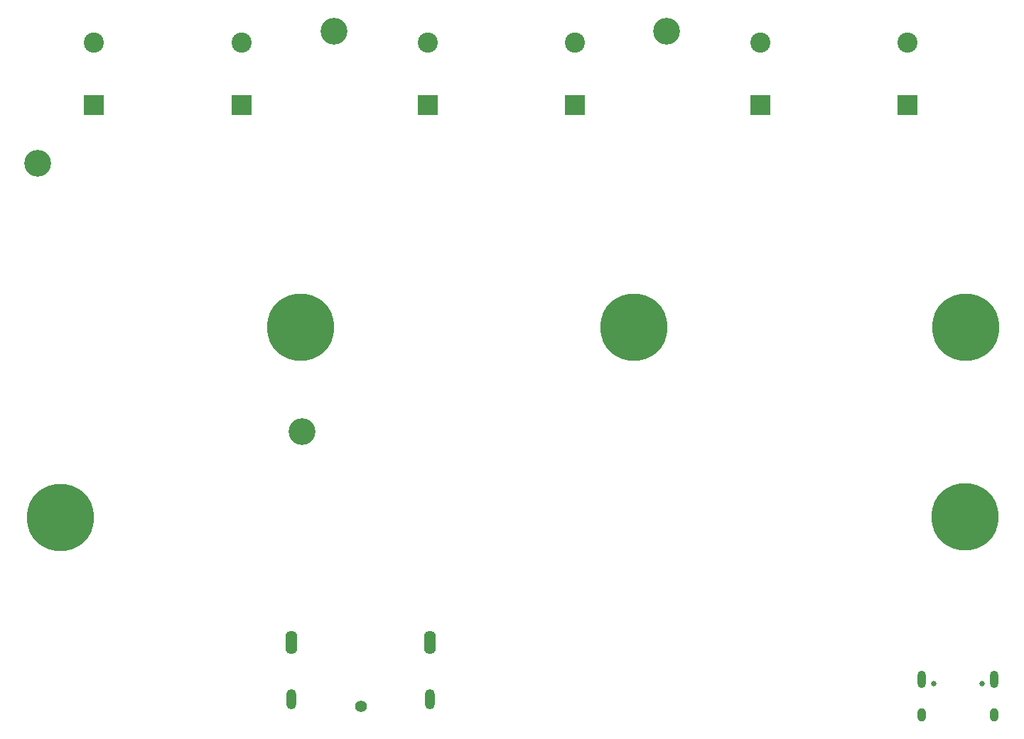
<source format=gbr>
%TF.GenerationSoftware,KiCad,Pcbnew,7.0.1*%
%TF.CreationDate,2023-07-16T19:11:46-05:00*%
%TF.ProjectId,Knockoff Inverter,4b6e6f63-6b6f-4666-9620-496e76657274,rev?*%
%TF.SameCoordinates,Original*%
%TF.FileFunction,Soldermask,Bot*%
%TF.FilePolarity,Negative*%
%FSLAX46Y46*%
G04 Gerber Fmt 4.6, Leading zero omitted, Abs format (unit mm)*
G04 Created by KiCad (PCBNEW 7.0.1) date 2023-07-16 19:11:46*
%MOMM*%
%LPD*%
G01*
G04 APERTURE LIST*
%ADD10C,8.000000*%
%ADD11R,2.400000X2.400000*%
%ADD12C,2.400000*%
%ADD13C,0.650000*%
%ADD14O,1.000000X2.100000*%
%ADD15O,1.000000X1.600000*%
%ADD16C,1.400000*%
%ADD17O,1.400000X2.800000*%
%ADD18O,1.200000X2.400000*%
%ADD19C,3.200000*%
G04 APERTURE END LIST*
D10*
%TO.C,J7*%
X208788000Y-85598000D03*
%TD*%
D11*
%TO.C,C20*%
X122555000Y-36532755D03*
D12*
X122555000Y-29032755D03*
%TD*%
D10*
%TO.C,J8*%
X100965000Y-85725000D03*
%TD*%
D11*
%TO.C,C24*%
X201930000Y-36532755D03*
D12*
X201930000Y-29032755D03*
%TD*%
D11*
%TO.C,C23*%
X184380000Y-36532755D03*
D12*
X184380000Y-29032755D03*
%TD*%
D11*
%TO.C,C21*%
X144780000Y-36532755D03*
D12*
X144780000Y-29032755D03*
%TD*%
D11*
%TO.C,C19*%
X105005000Y-36532755D03*
D12*
X105005000Y-29032755D03*
%TD*%
D11*
%TO.C,C22*%
X162330000Y-36532755D03*
D12*
X162330000Y-29032755D03*
%TD*%
D10*
%TO.C,J5*%
X208883250Y-62992000D03*
%TD*%
%TO.C,J4*%
X169297350Y-63042799D03*
%TD*%
%TO.C,J3*%
X129635250Y-62991999D03*
%TD*%
D13*
%TO.C,J2*%
X205007000Y-105540000D03*
X210787000Y-105540000D03*
D14*
X203577000Y-105040000D03*
D15*
X203577000Y-109220000D03*
D14*
X212217000Y-105040000D03*
D15*
X212217000Y-109220000D03*
%TD*%
D16*
%TO.C,J1*%
X136784000Y-108264000D03*
D17*
X128534000Y-100584000D03*
X145034000Y-100584000D03*
D18*
X128534000Y-107364000D03*
X145034000Y-107364000D03*
%TD*%
D19*
%TO.C,H4*%
X173228000Y-27686000D03*
%TD*%
%TO.C,H3*%
X133604000Y-27686000D03*
%TD*%
%TO.C,H2*%
X129794000Y-75438000D03*
%TD*%
%TO.C,H1*%
X98298000Y-43434000D03*
%TD*%
M02*

</source>
